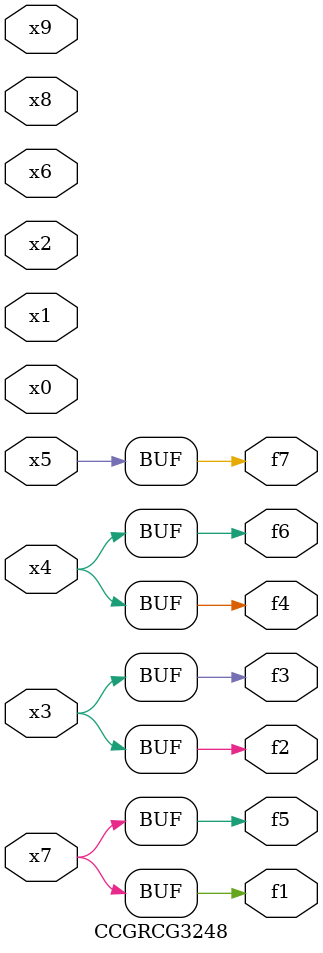
<source format=v>
module CCGRCG3248(
	input x0, x1, x2, x3, x4, x5, x6, x7, x8, x9,
	output f1, f2, f3, f4, f5, f6, f7
);
	assign f1 = x7;
	assign f2 = x3;
	assign f3 = x3;
	assign f4 = x4;
	assign f5 = x7;
	assign f6 = x4;
	assign f7 = x5;
endmodule

</source>
